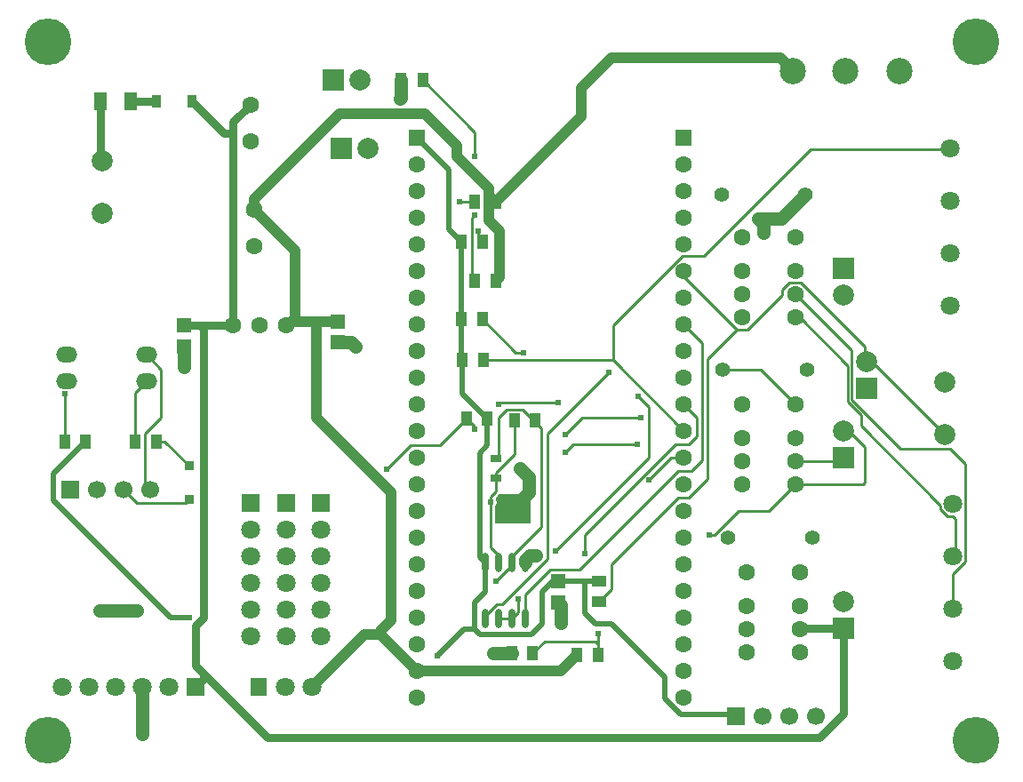
<source format=gtl>
G04 Layer: TopLayer*
G04 EasyEDA Pro v2.2.45.4, 2026-01-10 08:56:26*
G04 Gerber Generator version 0.3*
G04 Scale: 100 percent, Rotated: No, Reflected: No*
G04 Dimensions in millimeters*
G04 Leading zeros omitted, absolute positions, 4 integers and 5 decimals*
G04 Generated by one-click*
%FSLAX45Y45*%
%MOMM*%
%ADD10C,0.2032*%
%ADD11R,1.35001X1.41*%
%ADD12R,0.95001X1.15001*%
%ADD13C,1.4*%
%ADD14R,1.0X0.8*%
%ADD15R,1.19009X1.72799*%
%ADD16R,1.6X1.6*%
%ADD17C,1.6*%
%ADD18C,1.8*%
%ADD19R,1.8092X1.8*%
%ADD20R,1.8X1.8*%
%ADD21R,1.5748X1.8*%
%ADD22R,2.0X2.0*%
%ADD23C,2.0*%
%ADD24R,1.0X1.39954*%
%ADD25R,1.13254X1.37701*%
%ADD26R,1.37701X1.13254*%
%ADD27O,2.0X1.524*%
%ADD28O,0.63X1.865*%
%ADD29R,1.7X1.7*%
%ADD30C,1.7*%
%ADD31R,0.95999X0.88001*%
%ADD32C,2.49999*%
%ADD33C,0.61*%
%ADD34C,4.445*%
%ADD35C,1.27*%
%ADD36C,0.762*%
%ADD37C,0.254*%
%ADD38C,0.508*%
%ADD39C,1.016*%
G75*


G04 Copper Start*
G36*
G01X5012690Y-4936490D02*
G01X4688396Y-4936490D01*
G01X4688396Y-4790364D01*
G01X4697033Y-4778187D01*
G01X4702949Y-4764480D01*
G01X4705886Y-4749842D01*
G01X4705714Y-4734914D01*
G01X4702441Y-4720348D01*
G01X4696210Y-4706781D01*
G01X4723498Y-4679493D01*
G01X4725472Y-4677410D01*
G01X5012690Y-4677410D01*
G01X5012690Y-4936490D01*
G37*
G54D10*
G01X5012690Y-4936490D02*
G01X4688396Y-4936490D01*
G01X4688396Y-4790364D01*
G03X4696210Y-4706781I-53594J47168D01*
G01X4723498Y-4679493D01*
G03X4725472Y-4677410I-37897J37897D01*
G01X5012690Y-4677410D01*
G01X5012690Y-4936490D01*
G04 Copper End*

G04 Pad Start*
G54D11*
G01X1714500Y-3062300D03*
G01X1714500Y-3262300D03*
G01X3182441Y-3023225D03*
G01X3182441Y-3223224D03*
G54D12*
G01X1456360Y-927100D03*
G01X1794840Y-927100D03*
G54D13*
G01X6902501Y-5080000D03*
G01X7702499Y-5080000D03*
G01X6851700Y-3479800D03*
G01X7651698Y-3479800D03*
G54D14*
G01X4685602Y-4514596D03*
G01X4915599Y-4419600D03*
G01X4685602Y-4324604D03*
G54D15*
G01X922299Y-927100D03*
G01X1211301Y-927100D03*
G54D16*
G01X3937000Y-1270000D03*
G54D17*
G01X3937000Y-1524000D03*
G01X3937000Y-1778000D03*
G01X3937000Y-2032000D03*
G01X3937000Y-2286000D03*
G01X3937000Y-2540000D03*
G01X3937000Y-2794000D03*
G01X3937000Y-3048000D03*
G01X3937000Y-3302000D03*
G01X3937000Y-3556000D03*
G01X3937000Y-3810000D03*
G01X3937000Y-4064000D03*
G01X3937000Y-4318000D03*
G01X3937000Y-4572000D03*
G01X3937000Y-4826000D03*
G01X3937000Y-5080000D03*
G01X3937000Y-5334000D03*
G01X3937000Y-5588000D03*
G01X3937000Y-5842000D03*
G01X3937000Y-6096000D03*
G01X3937000Y-6350000D03*
G01X3937000Y-6604000D03*
G54D16*
G01X6477000Y-1270000D03*
G54D17*
G01X6477000Y-1524000D03*
G01X6477000Y-1778000D03*
G01X6477000Y-2032000D03*
G01X6477000Y-2286000D03*
G01X6477000Y-2540000D03*
G01X6477000Y-2794000D03*
G01X6477000Y-3048000D03*
G01X6477000Y-3302000D03*
G01X6477000Y-3556000D03*
G01X6477000Y-3810000D03*
G01X6477000Y-4064000D03*
G01X6477000Y-4318000D03*
G01X6477000Y-4572000D03*
G01X6477000Y-4826000D03*
G01X6477000Y-5080000D03*
G01X6477000Y-5334000D03*
G01X6477000Y-5588000D03*
G01X6477000Y-5842000D03*
G01X6477000Y-6096000D03*
G01X6477000Y-6350000D03*
G01X6477000Y-6604000D03*
G54D18*
G01X2349500Y-6019800D03*
G01X2349500Y-5765800D03*
G01X2349500Y-5511800D03*
G01X2349500Y-5257800D03*
G01X2349500Y-5003800D03*
G54D20*
G01X2349500Y-4749800D03*
G54D18*
G01X3022600Y-6019800D03*
G01X3022600Y-5765800D03*
G01X3022600Y-5511800D03*
G01X3022600Y-5257800D03*
G01X3022600Y-5003800D03*
G54D20*
G01X3022600Y-4749800D03*
G54D18*
G01X2692400Y-6019800D03*
G01X2692400Y-5765800D03*
G01X2692400Y-5511800D03*
G01X2692400Y-5257800D03*
G01X2692400Y-5003800D03*
G54D20*
G01X2692400Y-4749800D03*
G54D18*
G01X2933700Y-6502400D03*
G01X2679700Y-6502400D03*
G54D21*
G01X2425700Y-6502400D03*
G54D22*
G01X3136900Y-723900D03*
G54D23*
G01X3390900Y-723900D03*
G54D24*
G01X3781171Y-723900D03*
G01X3991229Y-723900D03*
G54D25*
G01X4685843Y-1882028D03*
G01X4485843Y-1882028D03*
G01X4358843Y-2259102D03*
G01X4558843Y-2259102D03*
G01X4685843Y-2636176D03*
G01X4485843Y-2636176D03*
G54D26*
G01X5668616Y-5693799D03*
G01X5668616Y-5493799D03*
G54D25*
G01X5662600Y-6197600D03*
G01X5462600Y-6197600D03*
G01X4558843Y-3000550D03*
G01X4358843Y-3000550D03*
G01X4571543Y-3390323D03*
G01X4371543Y-3390323D03*
G01X5040300Y-6184900D03*
G01X4840300Y-6184900D03*
G01X779033Y-4165600D03*
G01X579034Y-4165600D03*
G01X1452966Y-4165600D03*
G01X1252967Y-4165600D03*
G01X4608500Y-3949700D03*
G01X4408500Y-3949700D03*
G01X4865700Y-3962400D03*
G01X5065700Y-3962400D03*
G54D22*
G01X3213100Y-1371600D03*
G54D23*
G01X3467100Y-1371600D03*
G54D22*
G01X8216900Y-3657600D03*
G54D23*
G01X8216900Y-3403600D03*
G54D17*
G01X2692400Y-3060700D03*
G01X2438400Y-3060700D03*
G01X2184400Y-3060700D03*
G54D27*
G01X1358900Y-3594100D03*
G01X1358900Y-3340100D03*
G01X596900Y-3594100D03*
G01X596900Y-3340100D03*
G54D28*
G01X4584700Y-5856249D03*
G01X4711700Y-5856249D03*
G01X4838700Y-5856249D03*
G01X4965700Y-5856249D03*
G01X4584700Y-5319751D03*
G01X4711700Y-5319751D03*
G01X4838700Y-5319751D03*
G01X4965700Y-5319751D03*
G54D11*
G01X5283200Y-5500700D03*
G01X5283200Y-5700700D03*
G54D17*
G01X7073900Y-5411216D03*
G01X7073900Y-5731256D03*
G01X7073900Y-5951220D03*
G01X7073900Y-6171184D03*
G01X7581900Y-6171184D03*
G01X7581900Y-5951220D03*
G01X7581900Y-5731256D03*
G01X7581900Y-5411216D03*
G01X7035800Y-3811016D03*
G01X7035800Y-4131056D03*
G01X7035800Y-4351020D03*
G01X7035800Y-4570984D03*
G01X7543800Y-4570984D03*
G01X7543800Y-4351020D03*
G01X7543800Y-4131056D03*
G01X7543800Y-3811016D03*
G01X7035801Y-2223516D03*
G01X7035801Y-2543556D03*
G01X7035801Y-2763520D03*
G01X7035801Y-2983484D03*
G01X7543801Y-2983484D03*
G01X7543801Y-2763520D03*
G01X7543801Y-2543556D03*
G01X7543801Y-2223516D03*
G54D18*
G01X557086Y-6500685D03*
G01X811086Y-6500685D03*
G01X1065086Y-6500685D03*
G01X1319086Y-6500685D03*
G01X1573086Y-6500685D03*
G54D20*
G01X1827086Y-6500685D03*
G54D17*
G01X2349503Y-955304D03*
G01X2349503Y-1305316D03*
G01X2387603Y-1958604D03*
G01X2387603Y-2308616D03*
G54D18*
G01X9017000Y-2870898D03*
G01X9017000Y-2370899D03*
G01X9017000Y-1870900D03*
G01X9017000Y-1370901D03*
G01X9042400Y-6261798D03*
G01X9042400Y-5761799D03*
G01X9042400Y-5261800D03*
G01X9042400Y-4761801D03*
G54D29*
G01X6972300Y-6781800D03*
G54D30*
G01X7226300Y-6781800D03*
G01X7480300Y-6781800D03*
G01X7734300Y-6781800D03*
G54D29*
G01X635000Y-4622800D03*
G54D30*
G01X889000Y-4622800D03*
G01X1143000Y-4622800D03*
G01X1397000Y-4622800D03*
G54D31*
G01X1765300Y-4720311D03*
G01X1765300Y-4398289D03*
G54D13*
G01X6839001Y-1816100D03*
G01X7638999Y-1816100D03*
G54D22*
G01X8001000Y-5943600D03*
G54D23*
G01X8001000Y-5689600D03*
G54D22*
G01X8001000Y-4318000D03*
G54D23*
G01X8001000Y-4064000D03*
G54D22*
G01X8001000Y-2514600D03*
G54D23*
G01X8001000Y-2768600D03*
G01X8966200Y-4098099D03*
G01X8966200Y-3598100D03*
G01X939800Y-1489900D03*
G01X939800Y-1989899D03*
G54D32*
G01X7520394Y-635000D03*
G01X8020393Y-635000D03*
G01X8532393Y-635000D03*
G04 Pad End*

G04 Via Start*
G54D33*
G01X4927600Y-4889500D03*
G01X5308600Y-5892800D03*
G01X4660900Y-6184900D03*
G01X5071658Y-5249458D03*
G01X1714500Y-3454400D03*
G01X3352800Y-3263900D03*
G01X4933950Y-4812050D03*
G01X4933950Y-4718050D03*
G01X4845050Y-4838282D03*
G01X4839950Y-4756150D03*
G01X4756150Y-4707163D03*
G01X4756150Y-4794250D03*
G01X4756150Y-4883150D03*
G54D34*
G01X419100Y-7010400D03*
G01X9258300Y-7010400D03*
G01X9258300Y-355600D03*
G01X419100Y-355600D03*
G54D33*
G01X4485843Y-1447114D03*
G01X4485843Y-2005914D03*
G01X4345828Y-1882028D03*
G01X5283200Y-3797300D03*
G01X4711700Y-3810000D03*
G01X6032500Y-4191000D03*
G01X5346700Y-4267200D03*
G01X4634802Y-4743196D03*
G01X4686300Y-5497551D03*
G01X4127500Y-6211900D03*
G01X1765300Y-5842000D03*
G01X6146573Y-4527817D03*
G01X4951499Y-3319223D03*
G01X5537200Y-5232400D03*
G01X5664200Y-5994400D03*
G01X6070600Y-3937000D03*
G01X5346700Y-4102100D03*
G01X4483100Y-4051300D03*
G01X3646500Y-4432300D03*
G01X6045200Y-3733800D03*
G01X5257800Y-5207000D03*
G01X4902200Y-5664200D03*
G01X5765800Y-3505200D03*
G01X579034Y-3713566D03*
G01X4521200Y-2159000D03*
G01X3771900Y-901700D03*
G01X7239000Y-2178056D03*
G01X7188200Y-2044700D03*
G01X1320800Y-6705600D03*
G01X1320800Y-6956026D03*
G01X1270000Y-5778500D03*
G01X915090Y-5778500D03*
G01X6718300Y-5054600D03*
G04 Via End*

G04 Track Start*
G54D35*
G01X4999324Y-4503325D02*
G01X4999324Y-4652676D01*
G01X4915599Y-4419600D02*
G01X4999324Y-4503325D01*
G01X4999324Y-4652676D02*
G01X4933950Y-4718050D01*
G01X1714500Y-3262300D02*
G01X1714500Y-3454400D01*
G01X3312124Y-3223224D02*
G01X3352800Y-3263900D01*
G01X3182441Y-3223224D02*
G01X3312124Y-3223224D01*
G54D36*
G01X1456360Y-927100D02*
G01X1211301Y-927100D01*
G01X922299Y-927100D02*
G01X922299Y-1472400D01*
G01X939800Y-1489900D01*
G54D37*
G01X3991229Y-723900D02*
G01X4485843Y-1218514D01*
G01X4485843Y-1447114D01*
G01X4485843Y-2005914D02*
G01X4460443Y-2031314D01*
G01X4460443Y-2610776D01*
G01X4485843Y-2636176D01*
G01X4345828Y-1882028D02*
G01X4485843Y-1882028D01*
G01X1452966Y-4165600D02*
G01X1532611Y-4165600D01*
G01X1765300Y-4398289D01*
G01X1358900Y-3340100D02*
G01X1498600Y-3479800D01*
G01X1498600Y-3937000D01*
G01X1346200Y-4089400D01*
G01X1346200Y-4572000D01*
G01X1397000Y-4622800D01*
G01X1252967Y-4165600D02*
G01X1252967Y-3700033D01*
G01X1358900Y-3594100D01*
G01X1143000Y-4622800D02*
G01X1270000Y-4749800D01*
G01X1735811Y-4749800D01*
G01X1765300Y-4720311D01*
G01X6032500Y-4191000D02*
G01X5422900Y-4191000D01*
G01X5346700Y-4267200D01*
G01X4685602Y-4514596D02*
G01X4685602Y-4463796D01*
G01X4863402Y-4285996D01*
G01X4863402Y-3964699D01*
G01X4865700Y-3962400D01*
G01X4685602Y-4514596D02*
G01X4685602Y-4641596D01*
G01X4634802Y-4692396D01*
G01X4634802Y-5174996D02*
G01X4711700Y-5251894D01*
G01X4711700Y-5319751D01*
G01X4685602Y-4324604D02*
G01X4717606Y-4292600D01*
G01X4717606Y-3937000D01*
G01X4793806Y-3860800D01*
G01X4946206Y-3860800D01*
G01X5047806Y-3962400D01*
G01X5065700Y-3962400D01*
G01X5047806Y-3962400D02*
G01X5124006Y-4038600D01*
G01X5124006Y-4978400D01*
G01X4838700Y-5263705D01*
G01X4838700Y-5319751D01*
G01X4838700Y-5345151D01*
G01X4686300Y-5497551D01*
G54D36*
G01X2182800Y-3062300D02*
G01X2184400Y-3060700D01*
G01X2184400Y-1120407D02*
G01X2349503Y-955304D01*
G01X2184400Y-1231900D02*
G01X2099640Y-1231900D01*
G01X1794840Y-927100D01*
G01X1866900Y-3062300D02*
G01X1903286Y-3098686D01*
G01X1903286Y-5845315D01*
G01X1827086Y-5921515D01*
G01X1827086Y-6302515D01*
G01X1903286Y-6378715D01*
G01X1903286Y-6424485D01*
G01X1827086Y-6500685D01*
G01X1903286Y-6378715D02*
G01X2512886Y-6988315D01*
G01X7770686Y-6988315D01*
G01X8001000Y-6758000D01*
G01X8001000Y-5943600D01*
G54D38*
G01X3937000Y-1270000D02*
G01X4241800Y-1574800D01*
G01X4241800Y-2142059D01*
G01X4358843Y-2259102D01*
G01X4358843Y-3000549D01*
G01X4358843Y-3000550D02*
G01X4358843Y-3377623D01*
G01X4371543Y-3390323D01*
G01X4371543Y-3712743D01*
G01X4608500Y-3949700D01*
G01X4608500Y-4203700D01*
G01X4533900Y-4278300D01*
G01X4533900Y-5268951D01*
G01X4584700Y-5319751D01*
G01X4584700Y-5602300D01*
G01X4483100Y-5703900D01*
G01X4483100Y-5957900D01*
G01X4533900Y-6008700D01*
G01X5029200Y-6008700D01*
G01X5130800Y-5907100D01*
G01X5130800Y-5602300D01*
G01X5232400Y-5500700D01*
G01X5283200Y-5500700D01*
G01X5661715Y-5500700D02*
G01X5668616Y-5493799D01*
G01X5537200Y-5500700D02*
G01X5537200Y-5805500D01*
G01X5638800Y-5907100D01*
G01X5791200Y-5907100D01*
G01X6299200Y-6415100D01*
G01X6299200Y-6618300D01*
G01X6451600Y-6770700D01*
G01X6961200Y-6770700D01*
G01X6972300Y-6781800D01*
G01X4483100Y-5957900D02*
G01X4381500Y-5957900D01*
G01X4127500Y-6211900D01*
G01X1765300Y-5842000D02*
G01X1591833Y-5842000D01*
G01X474233Y-4724400D01*
G01X474233Y-4470400D01*
G01X779033Y-4165600D01*
G54D39*
G01X2729875Y-3023225D02*
G01X2692400Y-3060700D01*
G01X2776041Y-3023225D02*
G01X2776041Y-2347043D01*
G01X2387603Y-1958604D01*
G01X2387603Y-1857004D01*
G01X3200403Y-1044204D01*
G01X4013203Y-1044204D01*
G01X4318003Y-1349004D01*
G01X4318003Y-1450604D01*
G01X4622803Y-1755404D01*
G01X4622803Y-2060204D02*
G01X4724403Y-2161804D01*
G01X4724403Y-2597616D01*
G01X4685843Y-2636176D01*
G01X4622803Y-1857004D02*
G01X4660819Y-1857004D01*
G01X4685843Y-1882028D01*
G01X2979241Y-3023225D02*
G01X2979241Y-3937625D01*
G01X3690441Y-4648825D01*
G01X3690441Y-5868025D01*
G01X3588841Y-5969625D01*
G01X3588841Y-6001841D01*
G01X3937000Y-6350000D01*
G01X3588841Y-6001841D02*
G01X3434259Y-6001841D01*
G01X2933700Y-6502400D01*
G01X3937000Y-6350000D02*
G01X5310200Y-6350000D01*
G01X5462600Y-6197600D01*
G54D37*
G01X6477000Y-4064000D02*
G01X5803323Y-3390323D01*
G01X4571543Y-3390323D01*
G01X5803323Y-3390323D02*
G01X5803323Y-3060123D01*
G01X6463723Y-2399723D01*
G01X6666923Y-2399723D01*
G01X7682923Y-1383723D01*
G01X9004178Y-1383723D01*
G01X9017000Y-1370901D01*
G01X6477000Y-3810000D02*
G01X6604000Y-3937000D01*
G01X6604000Y-4114800D01*
G01X6527800Y-4191000D01*
G01X6400800Y-4191000D01*
G01X5537200Y-5054600D01*
G01X5537200Y-5232400D01*
G01X5664200Y-6196000D02*
G01X5662600Y-6197600D01*
G01X5664200Y-6096000D02*
G01X5638800Y-6070600D01*
G01X5154600Y-6070600D01*
G01X5040300Y-6184900D01*
G01X4483100Y-4051300D02*
G01X4483100Y-4024300D01*
G01X4408500Y-3949700D01*
G01X4154500Y-4203700D01*
G01X3875100Y-4203700D01*
G01X3646500Y-4432300D01*
G01X6045200Y-3733800D02*
G01X6146800Y-3835400D01*
G01X6146800Y-4318000D01*
G01X5257800Y-5207000D01*
G01X4902200Y-5664200D02*
G01X4902200Y-5792749D01*
G01X4838700Y-5856249D01*
G01X4711700Y-5856249D01*
G01X6477000Y-3048000D02*
G01X6654800Y-3225800D01*
G01X6654800Y-4343400D01*
G01X6553200Y-4445000D01*
G01X6426200Y-4445000D01*
G01X5486400Y-5384800D01*
G01X5207000Y-5384800D01*
G01X4965700Y-5626100D01*
G01X4965700Y-5856249D01*
G01X5765800Y-3505200D02*
G01X5181600Y-4089400D01*
G01X5181600Y-5283200D01*
G01X4749800Y-5715000D01*
G01X4699000Y-5715000D01*
G01X4584700Y-5829300D01*
G01X4584700Y-5856249D01*
G01X6477000Y-2540000D02*
G01X6477000Y-2590800D01*
G01X6985000Y-3098800D01*
G01X6705600Y-3378200D01*
G01X6705600Y-4521200D01*
G01X6527800Y-4699000D01*
G01X6426200Y-4699000D01*
G01X5791200Y-5334000D01*
G01X5791200Y-5571214D01*
G01X5668616Y-5693799D01*
G01X6851700Y-3479800D02*
G01X7212584Y-3479800D01*
G01X7543800Y-3811016D01*
G01X579034Y-3713566D02*
G01X579034Y-4165600D01*
G01X4521200Y-2159000D02*
G01X4521200Y-2221459D01*
G01X4558843Y-2259102D01*
G01X4634802Y-4692396D02*
G01X4634802Y-4743196D01*
G01X4634802Y-5174996D01*
G54D36*
G01X1714500Y-3062300D02*
G01X1866900Y-3062300D01*
G01X2182800Y-3062300D01*
G01X2184400Y-3060700D02*
G01X2184400Y-1231900D01*
G01X2184400Y-1120407D01*
G54D38*
G01X5283200Y-5500700D02*
G01X5537200Y-5500700D01*
G01X5661715Y-5500700D01*
G54D39*
G01X3182441Y-3023225D02*
G01X2979241Y-3023225D01*
G01X2776041Y-3023225D01*
G01X2729875Y-3023225D01*
G01X4622803Y-1755404D02*
G01X4622803Y-1857004D01*
G01X4622803Y-2060204D01*
G54D37*
G01X5664200Y-5994400D02*
G01X5664200Y-6096000D01*
G01X5664200Y-6196000D01*
G54D35*
G01X3781171Y-723900D02*
G01X3781171Y-892429D01*
G01X3771900Y-901700D01*
G01X4965700Y-5319751D02*
G01X4965700Y-5295900D01*
G01X5012142Y-5249458D01*
G01X5071658Y-5249458D01*
G01X5283200Y-5700700D02*
G01X5308600Y-5726100D01*
G01X5308600Y-5892800D01*
G01X4840300Y-6184900D02*
G01X4660900Y-6184900D01*
G01X7188200Y-2044700D02*
G01X7410399Y-2044700D01*
G01X7638999Y-1816100D01*
G01X7188200Y-2044700D02*
G01X7239000Y-2095500D01*
G01X7239000Y-2178056D01*
G01X1319086Y-6500685D02*
G01X1319086Y-6703885D01*
G01X1320800Y-6705600D01*
G01X1320800Y-6956026D01*
G01X1270000Y-5778500D02*
G01X915090Y-5778500D01*
G54D37*
G01X7543800Y-4351020D02*
G01X7955280Y-4351020D01*
G01X7988300Y-4318000D01*
G01X7988300Y-4064000D02*
G01X8051800Y-4064000D01*
G01X8204200Y-4216400D01*
G01X8204200Y-4553023D01*
G01X8186239Y-4570984D01*
G01X7543800Y-4570984D01*
G01X5283200Y-3797300D02*
G01X4724400Y-3797300D01*
G01X4711700Y-3810000D01*
G01X6070600Y-3937000D02*
G01X5511800Y-3937000D01*
G01X5346700Y-4102100D01*
G01X6477000Y-4318000D02*
G01X6356390Y-4318000D01*
G01X6146573Y-4527817D01*
G01X6718300Y-5054600D02*
G01X6769100Y-5054600D01*
G01X6997700Y-4826000D01*
G01X7288784Y-4826000D01*
G01X7543800Y-4570984D01*
G01X9160300Y-5310636D02*
G01X9042400Y-5428536D01*
G01X9042400Y-5761799D01*
G01X7543801Y-2763520D02*
G01X8078800Y-3298519D01*
G01X8078800Y-3773381D01*
G01X8541418Y-4235999D01*
G01X9016281Y-4235999D01*
G01X9160300Y-4380019D01*
G01X9160300Y-5310636D01*
G54D36*
G01X8001000Y-5943600D02*
G01X7589520Y-5943600D01*
G01X7581900Y-5951220D01*
G54D37*
G01X4951499Y-3319223D02*
G01X4877516Y-3319223D01*
G01X4558843Y-3000550D01*
G01X9067800Y-5236400D02*
G01X9067800Y-4903137D01*
G01X7581901Y-2983484D02*
G01X7543801Y-2983484D01*
G01X9042400Y-5261800D02*
G01X9067800Y-5236400D01*
G01X9067800Y-4903137D02*
G01X9044364Y-4879701D01*
G01X8993564Y-4879701D01*
G01X8924500Y-4810637D01*
G01X8043200Y-3788127D02*
G01X8043200Y-3444783D01*
G01X7581901Y-2983484D01*
G01X8924500Y-4810637D02*
G01X8924500Y-4774716D01*
G01X8166100Y-4016316D01*
G01X8166100Y-3911027D01*
G01X8043200Y-3788127D01*
G01X6985000Y-3098800D02*
G01X7086600Y-3098800D01*
G01X7416800Y-2768600D01*
G01X7416800Y-2717800D01*
G01X7480300Y-2654300D01*
G01X7594600Y-2654300D01*
G01X8204200Y-3263900D01*
G01X8204200Y-3390900D01*
G01X8216900Y-3403600D01*
G01X8271701Y-3403600D01*
G01X8966200Y-4098099D01*
G54D39*
G01X4685843Y-1882028D02*
G01X5499100Y-1068771D01*
G01X5499100Y-800100D01*
G01X5786468Y-512732D01*
G01X7398126Y-512732D01*
G01X7520394Y-635000D01*
G04 Track End*

M02*


</source>
